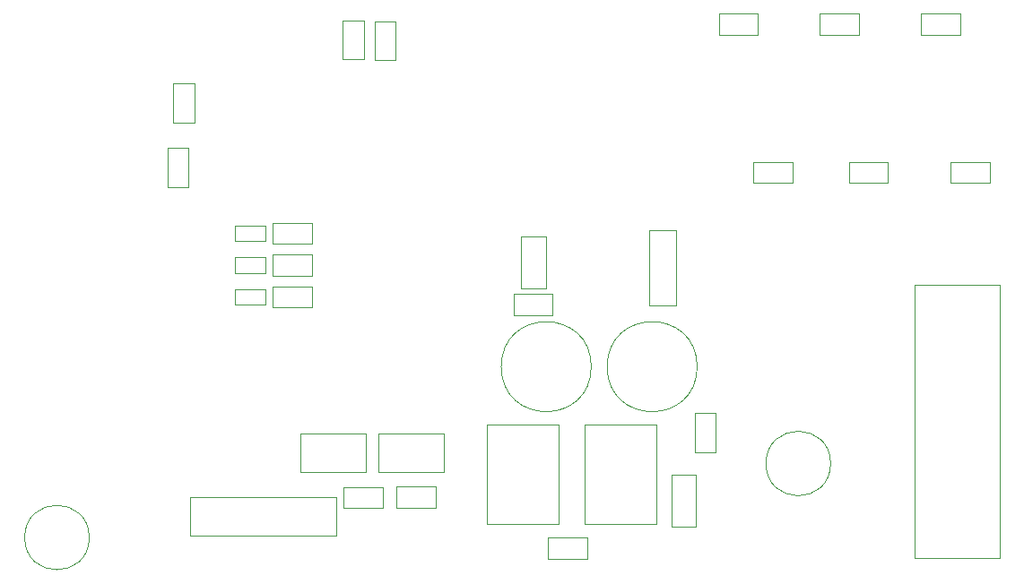
<source format=gbr>
G04 #@! TF.GenerationSoftware,KiCad,Pcbnew,no-vcs-found-104b606~61~ubuntu16.04.1*
G04 #@! TF.CreationDate,2018-02-16T14:36:21-05:00*
G04 #@! TF.ProjectId,D21_2550,4432315F323535302E6B696361645F70,rev?*
G04 #@! TF.SameCoordinates,Original*
G04 #@! TF.FileFunction,Other,User*
%FSLAX46Y46*%
G04 Gerber Fmt 4.6, Leading zero omitted, Abs format (unit mm)*
G04 Created by KiCad (PCBNEW no-vcs-found-104b606~61~ubuntu16.04.1) date Fri Feb 16 14:36:21 2018*
%MOMM*%
%LPD*%
G01*
G04 APERTURE LIST*
%ADD10C,0.050000*%
G04 APERTURE END LIST*
D10*
X149450000Y-114850000D02*
G75*
G03X149450000Y-114850000I-4250000J0D01*
G01*
X159200000Y-119197500D02*
X161200000Y-119197500D01*
X161200000Y-119197500D02*
X161200000Y-122917500D01*
X161200000Y-122917500D02*
X159200000Y-122917500D01*
X159200000Y-122917500D02*
X159200000Y-119197500D01*
X139600000Y-129700000D02*
X139600000Y-120300000D01*
X139600000Y-129700000D02*
X146400000Y-129700000D01*
X146400000Y-120300000D02*
X139600000Y-120300000D01*
X146400000Y-120300000D02*
X146400000Y-129700000D01*
X155600000Y-120300000D02*
X155600000Y-129700000D01*
X155600000Y-120300000D02*
X148800000Y-120300000D01*
X148800000Y-129700000D02*
X155600000Y-129700000D01*
X148800000Y-129700000D02*
X148800000Y-120300000D01*
X159450000Y-114850000D02*
G75*
G03X159450000Y-114850000I-4250000J0D01*
G01*
X159350000Y-129967500D02*
X157050000Y-129967500D01*
X157050000Y-129967500D02*
X157050000Y-125047500D01*
X157050000Y-125047500D02*
X159350000Y-125047500D01*
X159350000Y-125047500D02*
X159350000Y-129967500D01*
X115800000Y-103000000D02*
X115800000Y-101500000D01*
X115800000Y-101500000D02*
X118720000Y-101500000D01*
X118720000Y-101500000D02*
X118720000Y-103000000D01*
X118720000Y-103000000D02*
X115800000Y-103000000D01*
X118720000Y-106000000D02*
X115800000Y-106000000D01*
X118720000Y-104500000D02*
X118720000Y-106000000D01*
X115800000Y-104500000D02*
X118720000Y-104500000D01*
X115800000Y-106000000D02*
X115800000Y-104500000D01*
X115800000Y-109000000D02*
X115800000Y-107500000D01*
X115800000Y-107500000D02*
X118720000Y-107500000D01*
X118720000Y-107500000D02*
X118720000Y-109000000D01*
X118720000Y-109000000D02*
X115800000Y-109000000D01*
X145382500Y-133000000D02*
X145382500Y-131000000D01*
X145382500Y-131000000D02*
X149102500Y-131000000D01*
X149102500Y-131000000D02*
X149102500Y-133000000D01*
X149102500Y-133000000D02*
X145382500Y-133000000D01*
X180000000Y-132900000D02*
X180000000Y-107100000D01*
X180000000Y-132900000D02*
X188000000Y-132900000D01*
X188000000Y-107100000D02*
X180000000Y-107100000D01*
X188000000Y-107100000D02*
X188000000Y-132900000D01*
X135531209Y-121200000D02*
X129381209Y-121200000D01*
X135531209Y-124800000D02*
X135531209Y-121200000D01*
X129381209Y-124800000D02*
X135531209Y-124800000D01*
X129381209Y-121200000D02*
X129381209Y-124800000D01*
X121990000Y-121200000D02*
X121990000Y-124800000D01*
X121990000Y-124800000D02*
X128140000Y-124800000D01*
X128140000Y-124800000D02*
X128140000Y-121200000D01*
X128140000Y-121200000D02*
X121990000Y-121200000D01*
X111580000Y-130800000D02*
X125330000Y-130800000D01*
X125330000Y-130800000D02*
X125330000Y-127200000D01*
X125330000Y-127200000D02*
X111580000Y-127200000D01*
X111580000Y-127200000D02*
X111580000Y-130800000D01*
X142850000Y-102540000D02*
X145150000Y-102540000D01*
X145150000Y-102540000D02*
X145150000Y-107460000D01*
X145150000Y-107460000D02*
X142850000Y-107460000D01*
X142850000Y-107460000D02*
X142850000Y-102540000D01*
X168430000Y-97490000D02*
X164710000Y-97490000D01*
X168430000Y-95490000D02*
X168430000Y-97490000D01*
X164710000Y-95490000D02*
X168430000Y-95490000D01*
X164710000Y-97490000D02*
X164710000Y-95490000D01*
X173760000Y-97490000D02*
X173760000Y-95490000D01*
X173760000Y-95490000D02*
X177480000Y-95490000D01*
X177480000Y-95490000D02*
X177480000Y-97490000D01*
X177480000Y-97490000D02*
X173760000Y-97490000D01*
X183350000Y-97490000D02*
X183350000Y-95490000D01*
X183350000Y-95490000D02*
X187070000Y-95490000D01*
X187070000Y-95490000D02*
X187070000Y-97490000D01*
X187070000Y-97490000D02*
X183350000Y-97490000D01*
X165202500Y-81490000D02*
X165202500Y-83490000D01*
X165202500Y-83490000D02*
X161482500Y-83490000D01*
X161482500Y-83490000D02*
X161482500Y-81490000D01*
X161482500Y-81490000D02*
X165202500Y-81490000D01*
X170982500Y-81490000D02*
X174702500Y-81490000D01*
X170982500Y-83490000D02*
X170982500Y-81490000D01*
X174702500Y-83490000D02*
X170982500Y-83490000D01*
X174702500Y-81490000D02*
X174702500Y-83490000D01*
X184322500Y-81490000D02*
X184322500Y-83490000D01*
X184322500Y-83490000D02*
X180602500Y-83490000D01*
X180602500Y-83490000D02*
X180602500Y-81490000D01*
X180602500Y-81490000D02*
X184322500Y-81490000D01*
X131057500Y-128190000D02*
X131057500Y-126190000D01*
X131057500Y-126190000D02*
X134777500Y-126190000D01*
X134777500Y-126190000D02*
X134777500Y-128190000D01*
X134777500Y-128190000D02*
X131057500Y-128190000D01*
X129767500Y-128230000D02*
X126047500Y-128230000D01*
X129767500Y-126230000D02*
X129767500Y-128230000D01*
X126047500Y-126230000D02*
X129767500Y-126230000D01*
X126047500Y-128230000D02*
X126047500Y-126230000D01*
X110000000Y-88050000D02*
X112000000Y-88050000D01*
X112000000Y-88050000D02*
X112000000Y-91770000D01*
X112000000Y-91770000D02*
X110000000Y-91770000D01*
X110000000Y-91770000D02*
X110000000Y-88050000D01*
X109440000Y-97870000D02*
X109440000Y-94150000D01*
X111440000Y-97870000D02*
X109440000Y-97870000D01*
X111440000Y-94150000D02*
X111440000Y-97870000D01*
X109440000Y-94150000D02*
X111440000Y-94150000D01*
X126000000Y-85817500D02*
X126000000Y-82097500D01*
X128000000Y-85817500D02*
X126000000Y-85817500D01*
X128000000Y-82097500D02*
X128000000Y-85817500D01*
X126000000Y-82097500D02*
X128000000Y-82097500D01*
X129000000Y-82182500D02*
X131000000Y-82182500D01*
X131000000Y-82182500D02*
X131000000Y-85902500D01*
X131000000Y-85902500D02*
X129000000Y-85902500D01*
X129000000Y-85902500D02*
X129000000Y-82182500D01*
X123120000Y-101250000D02*
X123120000Y-103250000D01*
X123120000Y-103250000D02*
X119400000Y-103250000D01*
X119400000Y-103250000D02*
X119400000Y-101250000D01*
X119400000Y-101250000D02*
X123120000Y-101250000D01*
X119400000Y-104250000D02*
X123120000Y-104250000D01*
X119400000Y-106250000D02*
X119400000Y-104250000D01*
X123120000Y-106250000D02*
X119400000Y-106250000D01*
X123120000Y-104250000D02*
X123120000Y-106250000D01*
X123120000Y-107250000D02*
X123120000Y-109250000D01*
X123120000Y-109250000D02*
X119400000Y-109250000D01*
X119400000Y-109250000D02*
X119400000Y-107250000D01*
X119400000Y-107250000D02*
X123120000Y-107250000D01*
X154900000Y-109050000D02*
X157500000Y-109050000D01*
X157500000Y-109050000D02*
X157500000Y-101950000D01*
X157500000Y-101950000D02*
X154900000Y-101950000D01*
X154900000Y-101950000D02*
X154900000Y-109050000D01*
X145817500Y-110000000D02*
X142097500Y-110000000D01*
X145817500Y-108000000D02*
X145817500Y-110000000D01*
X142097500Y-108000000D02*
X145817500Y-108000000D01*
X142097500Y-110000000D02*
X142097500Y-108000000D01*
X102050000Y-131000000D02*
G75*
G03X102050000Y-131000000I-3050000J0D01*
G01*
X172050000Y-124000000D02*
G75*
G03X172050000Y-124000000I-3050000J0D01*
G01*
M02*

</source>
